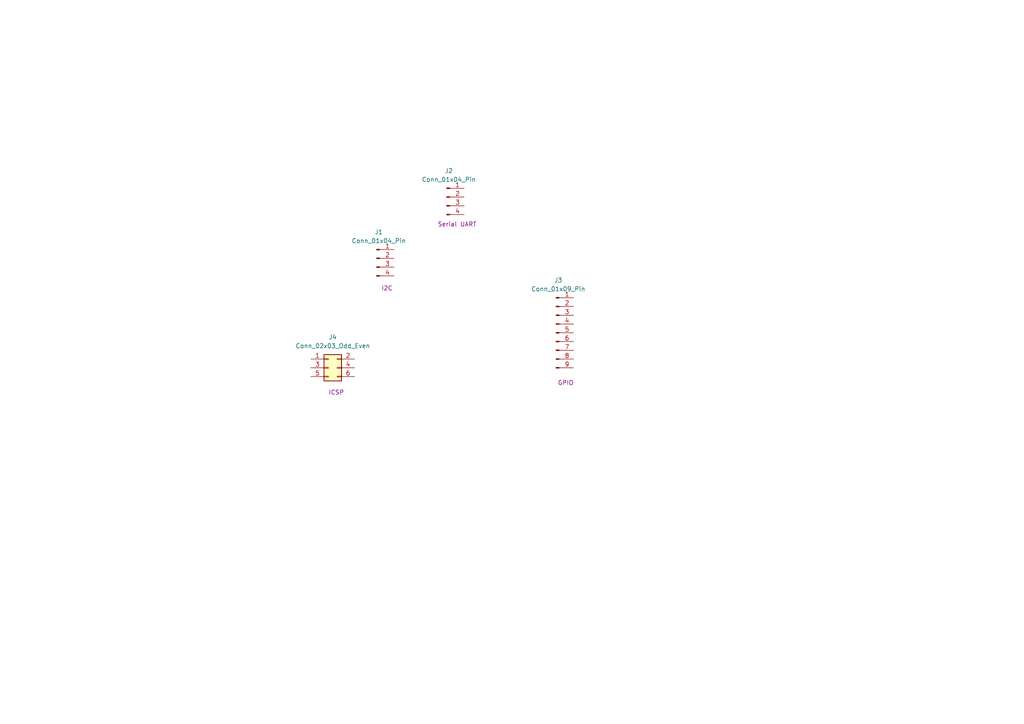
<source format=kicad_sch>
(kicad_sch (version 20250114) (generator "eeschema") (generator_version "9.0")
  (paper "A4")
  (lib_symbols
    (symbol "Connector:Conn_01x04_Pin" (pin_names (offset 1.016) (hide yes))
      (property "Reference" "J" (at 0 5.08 0))
      (property "Value" "Conn_01x04_Pin" (at 0 -7.62 0))
      (symbol "Conn_01x04_Pin_1_1"
        (rectangle (start 0.8636 2.667) (end 0 2.413) (stroke (width 0.1524)) (fill (type outline)))
        (rectangle (start 0.8636 0.127) (end 0 -0.127) (stroke (width 0.1524)) (fill (type outline)))
        (rectangle (start 0.8636 -2.413) (end 0 -2.667) (stroke (width 0.1524)) (fill (type outline)))
        (rectangle (start 0.8636 -4.953) (end 0 -5.207) (stroke (width 0.1524)) (fill (type outline)))
        (polyline (pts (xy 1.27 2.54) (xy 0.8636 2.54)) (stroke (width 0.1524)))
        (polyline (pts (xy 1.27 0) (xy 0.8636 0)) (stroke (width 0.1524)))
        (polyline (pts (xy 1.27 -2.54) (xy 0.8636 -2.54)) (stroke (width 0.1524)))
        (polyline (pts (xy 1.27 -5.08) (xy 0.8636 -5.08)) (stroke (width 0.1524)))
        (pin passive line (at 5.08 2.54 180) (length 3.81) (name "Pin_1") (number "1"))
        (pin passive line (at 5.08 0 180) (length 3.81) (name "Pin_2") (number "2"))
        (pin passive line (at 5.08 -2.54 180) (length 3.81) (name "Pin_3") (number "3"))
        (pin passive line (at 5.08 -5.08 180) (length 3.81) (name "Pin_4") (number "4"))
      )
    )
    (symbol "Connector:Conn_01x09_Pin" (pin_names (offset 1.016) (hide yes))
      (property "Reference" "J" (at 0 12.7 0))
      (property "Value" "Conn_01x09_Pin" (at 0 -12.7 0))
      (symbol "Conn_01x09_Pin_1_1"
        (rectangle (start 0.8636 10.287) (end 0 10.033) (stroke (width 0.1524)) (fill (type outline)))
        (rectangle (start 0.8636 7.747) (end 0 7.493) (stroke (width 0.1524)) (fill (type outline)))
        (rectangle (start 0.8636 5.207) (end 0 4.953) (stroke (width 0.1524)) (fill (type outline)))
        (rectangle (start 0.8636 2.667) (end 0 2.413) (stroke (width 0.1524)) (fill (type outline)))
        (rectangle (start 0.8636 0.127) (end 0 -0.127) (stroke (width 0.1524)) (fill (type outline)))
        (rectangle (start 0.8636 -2.413) (end 0 -2.667) (stroke (width 0.1524)) (fill (type outline)))
        (rectangle (start 0.8636 -4.953) (end 0 -5.207) (stroke (width 0.1524)) (fill (type outline)))
        (rectangle (start 0.8636 -7.493) (end 0 -7.747) (stroke (width 0.1524)) (fill (type outline)))
        (rectangle (start 0.8636 -10.033) (end 0 -10.287) (stroke (width 0.1524)) (fill (type outline)))
        (polyline (pts (xy 1.27 10.16) (xy 0.8636 10.16)) (stroke (width 0.1524)))
        (polyline (pts (xy 1.27 7.62) (xy 0.8636 7.62)) (stroke (width 0.1524)))
        (polyline (pts (xy 1.27 5.08) (xy 0.8636 5.08)) (stroke (width 0.1524)))
        (polyline (pts (xy 1.27 2.54) (xy 0.8636 2.54)) (stroke (width 0.1524)))
        (polyline (pts (xy 1.27 0) (xy 0.8636 0)) (stroke (width 0.1524)))
        (polyline (pts (xy 1.27 -2.54) (xy 0.8636 -2.54)) (stroke (width 0.1524)))
        (polyline (pts (xy 1.27 -5.08) (xy 0.8636 -5.08)) (stroke (width 0.1524)))
        (polyline (pts (xy 1.27 -7.62) (xy 0.8636 -7.62)) (stroke (width 0.1524)))
        (polyline (pts (xy 1.27 -10.16) (xy 0.8636 -10.16)) (stroke (width 0.1524)))
        (pin passive line (at 5.08 10.16 180) (length 3.81) (name "Pin_1") (number "1"))
        (pin passive line (at 5.08 7.62 180) (length 3.81) (name "Pin_2") (number "2"))
        (pin passive line (at 5.08 5.08 180) (length 3.81) (name "Pin_3") (number "3"))
        (pin passive line (at 5.08 2.54 180) (length 3.81) (name "Pin_4") (number "4"))
        (pin passive line (at 5.08 0 180) (length 3.81) (name "Pin_5") (number "5"))
        (pin passive line (at 5.08 -2.54 180) (length 3.81) (name "Pin_6") (number "6"))
        (pin passive line (at 5.08 -5.08 180) (length 3.81) (name "Pin_7") (number "7"))
        (pin passive line (at 5.08 -7.62 180) (length 3.81) (name "Pin_8") (number "8"))
        (pin passive line (at 5.08 -10.16 180) (length 3.81) (name "Pin_9") (number "9"))
      )
    )
    (symbol "Connector_Generic:Conn_02x03_Odd_Even" (pin_names (offset 1.016) (hide yes))
      (property "Reference" "J" (at 1.27 5.08 0))
      (property "Value" "Conn_02x03_Odd_Even" (at 1.27 -5.08 0))
      (symbol "Conn_02x03_Odd_Even_1_1"
        (rectangle (start -1.27 3.81) (end 3.81 -3.81) (stroke (width 0.254)) (fill (type background)))
        (rectangle (start -1.27 2.667) (end 0 2.413) (stroke (width 0.1524)))
        (rectangle (start -1.27 0.127) (end 0 -0.127) (stroke (width 0.1524)))
        (rectangle (start -1.27 -2.413) (end 0 -2.667) (stroke (width 0.1524)))
        (rectangle (start 3.81 2.667) (end 2.54 2.413) (stroke (width 0.1524)))
        (rectangle (start 3.81 0.127) (end 2.54 -0.127) (stroke (width 0.1524)))
        (rectangle (start 3.81 -2.413) (end 2.54 -2.667) (stroke (width 0.1524)))
        (pin passive line (at -5.08 2.54 0) (length 3.81) (name "Pin_1") (number "1"))
        (pin passive line (at -5.08 0 0) (length 3.81) (name "Pin_3") (number "3"))
        (pin passive line (at -5.08 -2.54 0) (length 3.81) (name "Pin_5") (number "5"))
        (pin passive line (at 7.62 2.54 180) (length 3.81) (name "Pin_2") (number "2"))
        (pin passive line (at 7.62 0 180) (length 3.81) (name "Pin_4") (number "4"))
        (pin passive line (at 7.62 -2.54 180) (length 3.81) (name "Pin_6") (number "6"))
      )
    )
  )
  (symbol (lib_id "Connector:Conn_01x04_Pin") (at 129.54 57.15 0) (unit 1)
    (property "Reference" "J2" (at 130.175 49.53 0))
    (property "Value" "Conn_01x04_Pin" (at 130.175 52.07 0))
    (property "Description" "Generic connector, single row, 01x04, script generated" (effects (hide yes)))
    (property "Purpose" "Serial UART" (at 132.588 65.024 0))
  )
  (symbol (lib_id "Connector_Generic:Conn_02x03_Odd_Even") (at 95.25 106.68 0) (unit 1)
    (property "Reference" "J4" (at 96.52 97.79 0))
    (property "Value" "Conn_02x03_Odd_Even" (at 96.52 100.33 0))
    (property "Description" "Generic connector, double row, 02x03, odd/even pin numbering scheme (row 1 odd numbers, row 2 even numbers), script generated (kicad-library-utils/schlib/autogen/connector/)" (effects (hide yes)))
    (property "Purpose" "ICSP" (at 97.536 113.792 0))
  )
  (symbol (lib_id "Connector:Conn_01x04_Pin") (at 109.22 74.93 0) (unit 1)
    (property "Reference" "J1" (at 109.855 67.31 0))
    (property "Value" "Conn_01x04_Pin" (at 109.855 69.85 0))
    (property "Description" "Generic connector, single row, 01x04, script generated" (effects (hide yes)))
    (property "Purpose" "I2C" (at 112.268 83.566 0))
  )
  (symbol (lib_id "Connector:Conn_01x09_Pin") (at 161.29 96.52 0) (unit 1)
    (property "Reference" "J3" (at 161.925 81.28 0))
    (property "Value" "Conn_01x09_Pin" (at 161.925 83.82 0))
    (property "Description" "Generic connector, single row, 01x09, script generated" (effects (hide yes)))
    (property "Purpose" "GPIO" (at 164.084 110.998 0))
  )
)
</source>
